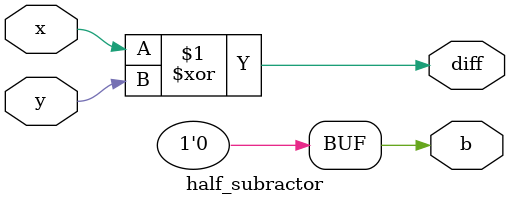
<source format=v>
module half_subractor(
  input x,y,
  output diff,b);
  wire a;
  not(a,y);
  xor(diff,x,y);
  and(b,a,y);
endmodule

</source>
